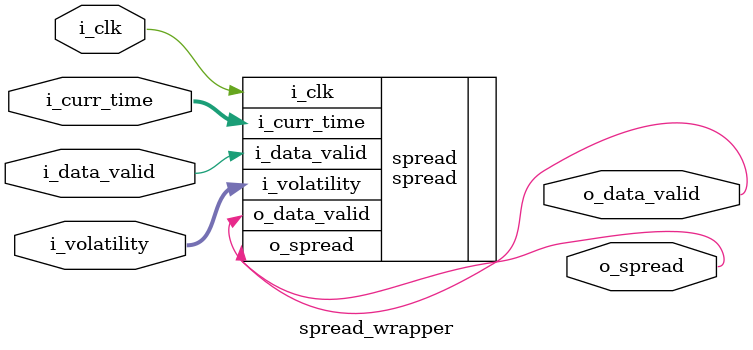
<source format=sv>
`include "../rtl/spread.sv"
`timescale 1ns/1ps
module spread_wrapper
#(
    parameter DATA_WIDTH = 32,
    parameter LOGARITHM = 121, // TODO: work out + more appropriate name
    parameter RISK_FACTOR = 0.1, // TODO
    parameter TERMINAL_TIME = 10000 // TODO
)
(
    input logic                      i_clk,
    input logic [DATA_WIDTH - 1 : 0] i_curr_time,
    input logic [DATA_WIDTH - 1 : 0] i_volatility,
    input logic                      i_data_valid,
    output logic                     o_spread,
    output logic                     o_data_valid
);

spread spread(
    .i_clk(i_clk),
    .i_curr_time(i_curr_time),
    .i_volatility(i_volatility),
    .i_data_valid(i_data_valid),
    .o_spread(o_spread),
    .o_data_valid(o_data_valid)
);

    initial
    begin
        $dumpfile("test.vcd");
        $dumpvars;
    end

endmodule

</source>
